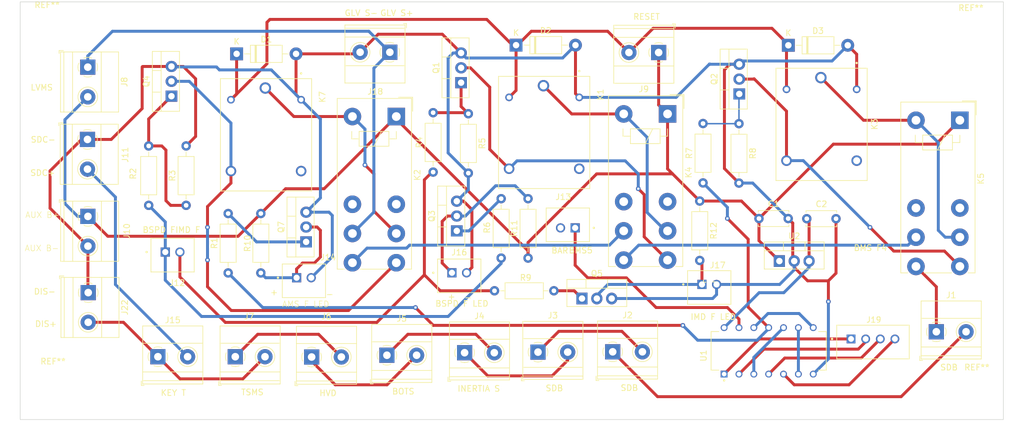
<source format=kicad_pcb>
(kicad_pcb (version 20221018) (generator pcbnew)
  (layers (0 "F.Cu" signal) (31 "B.Cu" signal) (34 "B.Paste" user) (35 "F.Paste" user) (36 "B.SilkS" user "B.Silkscreen") (37 "F.SilkS" user "F.Silkscreen") (38 "B.Mask" user) (39 "F.Mask" user) (44 "Edge.Cuts" user))
  (net 0 "")
  (net 1 "Net-(J1-Pin_1)")
  (net 2 "Net-(J1-Pin_2)")
  (net 3 "Net-(J2-Pin_2)")
  (net 4 "Net-(J3-Pin_2)")
  (net 5 "Net-(J4-Pin_2)")
  (net 6 "Net-(J5-Pin_2)")
  (net 7 "SDC+")
  (net 8 "BSPD In")
  (net 9 "Net-(J15-Pin_1)")
  (net 10 "Trac In")
  (net 11 "SDC-")
  (net 12 "BSPD fault")
  (net 13 "IMD Fault")
  (net 14 "BMS1")
  (net 15 "BMS2")
  (net 16 "BMS3")
  (net 17 "BMS4")
  (net 18 "AMS Fault")
  (net 19 "Net-(K1-PadCOM)")
  (net 20 "Net-(Q1-D)")
  (net 22 "IMD In")
  (net 23 "Net-(Q2-D)")
  (net 24 "Net-(K2-Pad11)")
  (net 25 "AMS In")
  (net 26 "Net-(K3-PadCOM)")
  (net 27 "BMS5")
  (net 29 "Net-(Q1-G)")
  (net 30 "Net-(Q2-G)")
  (net 31 "Net-(Q7-D)")
  (net 32 "Net-(Q3-D)")
  (net 33 "Net-(Q5-D)")
  (net 35 "out1")
  (net 36 "out2")
  (net 37 "+5V")
  (net 38 "Net-(Q4-D)")
  (net 43 "Net-(Q3-G)")
  (net 44 "Net-(Q4-G)")
  (net 45 "Net-(Q5-G)")
  (net 46 "Net-(Q7-G)")
  (net 49 "reset")
  (net 50 "out3")
  (net 51 "Net-(J6-Pin_2)")
  (footprint "TerminalBlock_Phoenix:TerminalBlock_Phoenix_MKDS-1,5-2-5.08_1x02_P5.08mm_Horizontal" (layer "F.Cu") (at 58.0644 84.0994)
    (fp_text reference "J15")
    (fp_text value "Screw_Terminal_01x02")
  )
  (footprint "Resistor_THT:R_Axial_DIN0207_L6.3mm_D2.5mm_P10.16mm_Horizontal" (layer "F.Cu") (at 116.7638 67.2338 90)
    (fp_text reference "R6")
    (fp_text value "100")
  )
  (footprint "Package_TO_SOT_THT:TO-220-3_Vertical" (layer "F.Cu") (at 157.48 39.1668 90)
    (fp_text reference "Q2")
    (fp_text value "IRF540N")
  )
  (footprint "Package_TO_SOT_THT:TO-220-3_Vertical" (layer "F.Cu") (at 60.381 39.5478 90)
    (fp_text reference "Q4")
    (fp_text value "IRF540N")
  )
  (footprint "Resistor_THT:R_Axial_DIN0207_L6.3mm_D2.5mm_P10.16mm_Horizontal" (layer "F.Cu") (at 62.8904 58.2168 90)
    (fp_text reference "R3")
    (fp_text value "10k")
  )
  (footprint "conn-JST-2pin:JST_B2B-XH-A_LF__SN_" (layer "F.Cu") (at 152.3492 72.263 180)
    (fp_text reference "J17")
    (fp_text value "B2B-XH-A_LF__SN_")
  )
  (footprint "TerminalBlock_Phoenix:TerminalBlock_Phoenix_MKDS-1,5-2-5.08_1x02_P5.08mm_Horizontal" (layer "F.Cu") (at 71.2978 84.0994)
    (fp_text reference "J7")
    (fp_text value "Screw_Terminal_01x02")
  )
  (footprint "Resistor_THT:R_Axial_DIN0207_L6.3mm_D2.5mm_P10.16mm_Horizontal" (layer "F.Cu") (at 121.3612 67.2338 90)
    (fp_text reference "R11")
    (fp_text value "2K")
  )
  (footprint "Diode_THT:D_DO-41_SOD81_P10.16mm_Horizontal" (layer "F.Cu") (at 119.3117 30.8197)
    (fp_text reference "D2")
    (fp_text value "1N4002")
  )
  (footprint "TerminalBlock_Phoenix:TerminalBlock_Phoenix_MKDS-1,5-2-5.08_1x02_P5.08mm_Horizontal" (layer "F.Cu") (at 191.1808 79.8324)
    (fp_text reference "J1")
    (fp_text value "Screw_Terminal_01x02")
  )
  (footprint "conn-JST-2pin:JST_B2B-XH-A_LF__SN_" (layer "F.Cu") (at 109.5956 70.2734 180)
    (fp_text reference "J16")
    (fp_text value "B2B-XH-A_LF__SN_")
  )
  (footprint "Capacitor_THT:C_Disc_D5.0mm_W2.5mm_P5.00mm" (layer "F.Cu") (at 169.0262 60.4976)
    (fp_text reference "C2")
    (fp_text value "0.1uf")
  )
  (footprint "TerminalBlock_Phoenix:TerminalBlock_Phoenix_MKDS-1,5-2-5.08_1x02_P5.08mm_Horizontal" (layer "F.Cu") (at 110.5104 83.4138)
    (fp_text reference "J4")
    (fp_text value "Screw_Terminal_01x02")
  )
  (footprint "TerminalBlock_Phoenix:TerminalBlock_Phoenix_MKDS-1,5-2-5.08_1x02_P5.08mm_Horizontal" (layer "F.Cu") (at 46.022614 46.942798 -90)
    (fp_text reference "J11")
    (fp_text value "Screw_Terminal_01x02")
  )
  (footprint "Package_TO_SOT_THT:TO-220-3_Vertical" (layer "F.Cu") (at 130.5814 74.1478)
    (fp_text reference "Q5")
    (fp_text value "IRF540N")
  )
  (footprint "SRD-12VDC-SL-C:RELAY_SRD-12VDC-SL-C" (layer "F.Cu") (at 171.5572 44.4714 -90)
    (fp_text reference "K3")
    (fp_text value "SRD-12VDC-SL-C")
  )
  (footprint "Package_TO_SOT_THT:TO-220-3_Vertical" (layer "F.Cu") (at 109.911 37.2364 90)
    (fp_text reference "Q1")
    (fp_text value "IRF540N")
  )
  (footprint "Resistor_THT:R_Axial_DIN0207_L6.3mm_D2.5mm_P10.16mm_Horizontal" (layer "F.Cu") (at 150.7236 57.4802 -90)
    (fp_text reference "R12")
    (fp_text value "2K")
  )
  (footprint "TerminalBlock_Phoenix:TerminalBlock_Phoenix_MKDS-1,5-2-5.08_1x02_P5.08mm_Horizontal" (layer "F.Cu") (at 97.2262 83.8456)
    (fp_text reference "J5")
    (fp_text value "Screw_Terminal_01x02")
  )
  (footprint "SRD-12VDC-SL-C:RELAY_SRD-12VDC-SL-C" (layer "F.Cu") (at 124.1179 45.8525 -90)
    (fp_text reference "K1")
    (fp_text value "SRD-12VDC-SL-C")
  )
  (footprint "Resistor_THT:R_Axial_DIN0207_L6.3mm_D2.5mm_P10.16mm_Horizontal" (layer "F.Cu") (at 157.4292 44.2468 -90)
    (fp_text reference "R8")
    (fp_text value "10k")
  )
  (footprint "conn-JST-2pin:JST_B2B-XH-A_LF__SN_" (layer "F.Cu") (at 83.0326 71.12 180)
    (fp_text reference "J14")
    (fp_text value "B2B-XH-A_LF__SN_")
  )
  (footprint "Resistor_THT:R_Axial_DIN0207_L6.3mm_D2.5mm_P10.16mm_Horizontal" (layer "F.Cu") (at 70.0786 69.7738 90)
    (fp_text reference "R1")
    (fp_text value "100")
  )
  (footprint "SRD-12VDC-SL-C:RELAY_SRD-12VDC-SL-C" (layer "F.Cu") (at 76.5556 46.2534 -90)
    (fp_text reference "K7")
    (fp_text value "SRD-12VDC-SL-C")
  )
  (footprint "Diode_THT:D_DO-41_SOD81_P10.16mm_Horizontal" (layer "F.Cu") (at 165.8699 30.8451)
    (fp_text reference "D3")
    (fp_text value "1N4002")
  )
  (footprint "Resistor_THT:R_Axial_DIN0207_L6.3mm_D2.5mm_P10.16mm_Horizontal" (layer "F.Cu") (at 151.2824 54.3814 90)
    (fp_text reference "R7")
    (fp_text value "100")
  )
  (footprint "MountingHole:MountingHole_3.5mm" (layer "F.Cu") (at 40.132 89.408)
    (fp_text reference "REF**")
    (fp_text value "MountingHole_3.5mm")
  )
  (footprint "MountingHole:MountingHole_3.5mm" (layer "F.Cu") (at 197.104 28.956)
    (fp_text reference "REF**")
    (fp_text value "MountingHole_3.5mm")
  )
  (footprint "MountingHole:MountingHole_3.5mm" (layer "F.Cu") (at 39.116 28.448)
    (fp_text reference "REF**")
    (fp_text value "MountingHole_3.5mm")
  )
  (footprint "TerminalBlock_Phoenix:TerminalBlock_Phoenix_MKDS-1,5-2-5.08_1x02_P5.08mm_Horizontal" (layer "F.Cu") (at 46.149814 73.135198 -90)
    (fp_text reference "J22")
    (fp_text value "Screw_Terminal_01x02")
  )
  (footprint "conn-JST-2pin:JST_B2B-XH-A_LF__SN_" (layer "F.Cu") (at 128.1661 61.5442)
    (fp_text reference "J13")
    (fp_text value "B2B-XH-A_LF__SN_")
  )
  (footprint "Package_TO_SOT_THT:TO-220-3_Vertical" (layer "F.Cu") (at 164.338 67.7418)
    (fp_text reference "U2")
    (fp_text value "L7805")
  )
  (footprint "SN74HC00N:DIP794W45P254L1969H508Q14" (layer "F.Cu") (at 162.5092 83.1012 90)
    (fp_text reference "U1")
    (fp_text value "SN74HC00N")
  )
  (footprint "Package_TO_SOT_THT:TO-220-3_Vertical" (layer "F.Cu") (at 109.1744 62.5856 90)
    (fp_text reference "Q3")
    (fp_text value "IRF540N")
  )
  (footprint "TerminalBlock_Phoenix:TerminalBlock_Phoenix_MKDS-1,5-2-5.08_1x02_P5.08mm_Horizontal" (layer "F.Cu") (at 46.099014 60.104998 -90)
    (fp_text reference "J10")
    (fp_text value "Screw_Terminal_01x02")
  )
  (footprint "TerminalBlock_Phoenix:TerminalBlock_Phoenix_MKDS-1,5-2-5.08_1x02_P5.08mm_Horizontal" (layer "F.Cu") (at 84.3534 84.1502)
    (fp_text reference "J6")
    (fp_text value "Screw_Terminal_01x02")
  )
  (footprint "Capacitor_THT:C_Disc_D5.0mm_W2.5mm_P5.00mm" (layer "F.Cu") (at 160.8474 60.4722)
    (fp_text reference "C1")
    (fp_text value "0.33uf")
  )
  (footprint "Resistor_THT:R_Axial_DIN0207_L6.3mm_D2.5mm_P10.16mm_Horizontal" (layer "F.Cu") (at 105.1306 52.5272 90)
    (fp_text reference "R4")
    (fp_text value "100")
  )
  (footprint "Resistor_THT:R_Axial_DIN0207_L6.3mm_D2.5mm_P10.16mm_Horizontal" (layer "F.Cu") (at 111.1504 42.545 -90)
    (fp_text reference "R5")
    (fp_text value "10k")
  )
  (footprint "conn-JST-2pin:JST_B2B-XH-A_LF__SN_" (layer "F.Cu") (at 60.5767 66.7258 180)
    (fp_text reference "J12")
    (fp_text value "B2B-XH-A_LF__SN_")
  )
  (footprint "Package_TO_SOT_THT:TO-220-3_Vertical" (layer "F.Cu") (at 83.4136 64.4652 90)
    (fp_text reference "Q7")
    (fp_text value "IRF540N")
  )
  (footprint "Relay_THT:Relay_DPDT_Finder_40.52" (layer "F.Cu") (at 195.1981 43.6645 -90)
    (fp_text reference "K5")
    (fp_text value "FINDER-40.52")
  )
  (footprint "Resistor_THT:R_Axial_DIN0207_L6.3mm_D2.5mm_P10.16mm_Horizontal" (layer "F.Cu") (at 115.6208 72.8218)
    (fp_text reference "R9")
    (fp_text value "100")
  )
  (footprint "TerminalBlock_Phoenix:TerminalBlock_Phoenix_MKDS-1,5-2-5.08_1x02_P5.08mm_Horizontal" (layer "F.Cu") (at 123.063 83.312)
    (fp_text reference "J3")
    (fp_text value "Screw_Terminal_01x02")
  )
  (footprint "TerminalBlock_Phoenix:TerminalBlock_Phoenix_MKDS-1,5-2-5.08_1x02_P5.08mm_Horizontal" (layer "F.Cu") (at 143.6928 32.08 180)
    (fp_text reference "J9")
    (fp_text value "Screw_Terminal_01x02")
  )
  (footprint "MountingHole:MountingHole_3.5mm" (layer "F.Cu") (at 198.12 90.424)
    (fp_text reference "REF**")
    (fp_text value "MountingHole_3.5mm")
  )
  (footprint "conn-JST-4pin:JST_B4B-XH-A_LF__SN_" (layer "F.Cu") (at 180.3469 81.5848 180)
    (fp_text reference "J19")
    (fp_text value "B4B-XH-A_LF__SN_")
  )
  (footprint "Diode_THT:D_DO-41_SOD81_P10.16mm_Horizontal" (layer "F.Cu") (at 71.5264 32.3088)
    (fp_text reference "D1")
    (fp_text value "1N4002")
  )
  (footprint "TerminalBlock_Phoenix:TerminalBlock_Phoenix_MKDS-1,5-2-5.08_1x02_P5.08mm_Horizontal" (layer "F.Cu") (at 97.724562 32.035638 180)
    (fp_text reference "J18")
    (fp_text value "Screw_Terminal_01x02")
  )
  (footprint "Relay_THT:Relay_DPDT_Finder_40.52" (layer "F.Cu") (at 145.2188 42.5818 -90)
    (fp_text reference "K4")
    (fp_text value "FINDER-40.52")
  )
  (footprint "Resistor_THT:R_Axial_DIN0207_L6.3mm_D2.5mm_P10.16mm_Horizontal" (layer "F.Cu") (at 56.4896 58.2168 90)
    (fp_text reference "R2")
    (fp_text value "100")
  )
  (footprint "TerminalBlock_Phoenix:TerminalBlock_Phoenix_MKDS-1,5-2-5.08_1x02_P5.08mm_Horizontal" (layer "F.Cu") (at 135.8342 83.2614)
    (fp_text reference "J2")
    (fp_text value "Screw_Terminal_01x02")
  )
  (footprint "TerminalBlock_Phoenix:TerminalBlock_Phoenix_MKDS-1,5-2-5.08_1x02_P5.08mm_Horizontal" (layer "F.Cu") (at 46.073814 34.582998 -90)
    (fp_text reference "J8")
    (fp_text value "Screw_Terminal_01x02")
  )
  (footprint "Relay_THT:Relay_DPDT_Finder_40.52" (layer "F.Cu") (at 98.8305 43.0295 -90)
    (fp_text reference "K2")
    (fp_text value "FINDER-40.52")
  )
  (footprint "Resistor_THT:R_Axial_DIN0207_L6.3mm_D2.5mm_P10.16mm_Horizontal" (layer "F.Cu") (at 75.6666 59.6138 -90)
    (fp_text reference "R10")
    (fp_text value "2K")
  )
  (gr_rect (start 34.5186 23.4188) (end 202.6412 94.8436) (stroke (width 0.1)) (fill none) (layer "Edge.Cuts"))
  (gr_text "BSPD F LED\n" (at 105.43 75.6074) (layer "F.SilkS") (effects (font (size 1 1)) (justify left bottom)))
  (gr_text "BSPD F" (at 55.372 62.992) (layer "F.SilkS") (effects (font (size 1 1)) (justify left bottom)))
  (gr_text "GLV S+" (at 96.012 25.908) (layer "F.SilkS") (effects (font (size 1 1)) (justify left bottom)))
  (gr_text "AUX B-" (at 35.227814 66.124798) (layer "F.SilkS") (effects (font (size 1 1) (thickness 0.1)) (justify left bottom)))
  (gr_text "IMD F" (at 60.96 62.992) (layer "F.SilkS") (effects (font (size 1 1)) (justify left bottom)))
  (gr_text "BOTS" (at 98.044 90.6272) (layer "F.SilkS") (effects (font (size 1 1)) (justify left bottom)))
  (gr_text "KEY T" (at 58.4708 90.8558) (layer "F.SilkS") (effects (font (size 1 1)) (justify left bottom)))
  (gr_text "LVMS" (at 36.218814 38.651998) (layer "F.SilkS") (effects (font (size 1 1)) (justify left bottom)))
  (gr_text "BMS F4" (at 176.982 66.0824) (layer "F.SilkS") (effects (font (size 1 1)) (justify left bottom)))
  (gr_text "IMD F LED" (at 149.0726 77.8764) (layer "F.SilkS") (effects (font (size 1 1)) (justify left bottom)))
  (gr_text "HVD" (at 85.598 90.9066) (layer "F.SilkS") (effects (font (size 1 1)) (justify left bottom)))
  (gr_text "RESET" (at 139.2682 26.543) (layer "F.SilkS") (effects (font (size 1 1)) (justify left bottom)))
  (gr_text "SDB" (at 124.2822 90.0684) (layer "F.SilkS") (effects (font (size 1 1)) (justify left bottom)))
  (gr_text "AMS F LED\n" (at 79.248 75.692) (layer "F.SilkS") (effects (font (size 1 1) (thickness 0.1)) (justify left bottom)))
  (gr_text "TSMS" (at 72.2122 90.7542) (layer "F.SilkS") (effects (font (size 1 1)) (justify left bottom)))
  (gr_text "SDB" (at 137.1092 90.0176) (layer "F.SilkS") (effects (font (size 1 1)) (justify left bottom)))
  (gr_text "AUX B+" (at 35.329414 60.435198) (layer "F.SilkS") (effects (font (size 1 1) (thickness 0.1)) (justify left bottom)))
  (gr_text "SDB" (at 191.77 86.5124) (layer "F.SilkS") (effects (font (size 1 1)) (justify left bottom)))
  (gr_text "DIS-" (at 36.777214 73.541598) (layer "F.SilkS") (effects (font (size 1 1)) (justify left bottom)))
  (gr_text "-" (at 152.654 71.8058) (layer "F.SilkS") (effects (font (size 1 1)) (justify left bottom)))
  (gr_text "BAR" (at 125.2728 66.5226) (layer "F.SilkS") (effects (font (size 1 1)) (justify left bottom)))
  (gr_text "DIS+" (at 36.980414 79.078798) (layer "F.SilkS") (effects (font (size 1 1)) (justify left bottom)))
  (gr_text "+" (at 107.5636 74.4136) (layer "F.SilkS") (effects (font (size 1 1)) (justify left bottom)))
  (gr_text "+" (at 150.6474 71.882) (layer "F.SilkS") (effects (font (size 1 1)) (justify left bottom)))
  (gr_text "+" (at 77.216 73.66) (layer "F.SilkS") (effects (font (size 1 1)) (justify left bottom)))
  (gr_text "SDC-" (at 36.243814 47.557398) (layer "F.SilkS") (effects (font (size 1 1)) (justify left bottom)))
  (gr_text "SDC+" (at 36.167614 53.246998) (layer "F.SilkS") (effects (font (size 1 1)) (justify left bottom)))
  (gr_text "-" (at 86.7326 73.995) (layer "F.SilkS") (effects (font (size 1 1)) (justify left bottom)))
  (gr_text "-" (at 110.383 74.5406) (layer "F.SilkS") (effects (font (size 1 1)) (justify left bottom)))
  (gr_text "INERTIA S" (at 109.22 90.1446) (layer "F.SilkS") (effects (font (size 1 1)) (justify left bottom)))
  (gr_text "GLV S-" (at 89.916 25.908) (layer "F.SilkS") (effects (font (size 1 1)) (justify left bottom)))
  (gr_text "BMS5" (at 128.2446 66.4972) (layer "F.SilkS") (effects (font (size 1 1)) (justify left bottom)))
  (segment (start 191.1808 72.1472) (end 187.6981 68.6645) (width 0.5) (layer "F.Cu") (net 1))
  (segment (start 191.1808 79.8324) (end 191.1808 72.1472) (width 0.5) (layer "F.Cu") (net 1))
  (segment (start 143.5048 90.932) (end 185.1612 90.932) (width 0.5) (layer "F.Cu") (net 2))
  (segment (start 185.1612 90.932) (end 196.2608 79.8324) (width 0.5) (layer "F.Cu") (net 2))
  (segment (start 135.8342 83.2614) (end 143.5048 90.932) (width 0.5) (layer "F.Cu") (net 2))
  (segment (start 123.063 83.312) (end 126.619 79.756) (width 0.5) (layer "F.Cu") (net 3))
  (segment (start 137.4088 79.756) (end 140.9142 83.2614) (width 0.5) (layer "F.Cu") (net 3))
  (segment (start 126.619 79.756) (end 137.4088 79.756) (width 0.5) (layer "F.Cu") (net 3))
  (segment (start 128.143 84.709) (end 128.143 83.312) (width 0.5) (layer "F.Cu") (net 4))
  (segment (start 125.476 87.376) (end 128.143 84.709) (width 0.5) (layer "F.Cu") (net 4))
  (segment (start 110.5104 83.4138) (end 114.4726 87.376) (width 0.5) (layer "F.Cu") (net 4))
  (segment (start 114.4726 87.376) (end 125.476 87.376) (width 0.5) (layer "F.Cu") (net 4))
  (segment (start 112.4406 80.264) (end 115.5904 83.4138) (width 0.5) (layer "F.Cu") (net 5))
  (segment (start 97.2262 83.8456) (end 100.8078 80.264) (width 0.5) (layer "F.Cu") (net 5))
  (segment (start 100.8078 80.264) (end 112.4406 80.264) (width 0.5) (layer "F.Cu") (net 5))
  (segment (start 84.3534 84.8614) (end 88.392 88.9) (width 0.5) (layer "F.Cu") (net 6))
  (segment (start 84.3534 84.1502) (end 84.3534 84.8614) (width 0.5) (layer "F.Cu") (net 6))
  (segment (start 97.2518 88.9) (end 102.3062 83.8456) (width 0.5) (layer "F.Cu") (net 6))
  (segment (start 88.392 88.9) (end 97.2518 88.9) (width 0.5) (layer "F.Cu") (net 6))
  (segment (start 46.022614 53.297598) (end 46.022614 52.022798) (width 0.2) (layer "F.Cu") (net 7))
  (segment (start 50.8 56.800184) (end 46.022614 52.022798) (width 0.5) (layer "B.Cu") (net 7))
  (segment (start 50.8 71.755) (end 50.8 56.800184) (width 0.5) (layer "B.Cu") (net 7))
  (segment (start 63.1444 84.0994) (end 50.8 71.755) (width 0.5) (layer "B.Cu") (net 7))
  (segment (start 50.292 28.448) (end 94.136924 28.448) (width 0.5) (layer "B.Cu") (net 8))
  (segment (start 46.073814 32.666186) (end 50.292 28.448) (width 0.5) (layer "B.Cu") (net 8))
  (segment (start 91.3305 63.0295) (end 94.996 59.364) (width 0.5) (layer "B.Cu") (net 8))
  (segment (start 94.996 34.7642) (end 97.724562 32.035638) (width 0.5) (layer "B.Cu") (net 8))
  (segment (start 92.5068 62.1284) (end 92.5068 63.4708) (width 0.25) (layer "B.Cu") (net 8))
  (segment (start 94.996 59.364) (end 94.996 34.7642) (width 0.5) (layer "B.Cu") (net 8))
  (segment (start 94.136924 28.448) (end 97.724562 32.035638) (width 0.5) (layer "B.Cu") (net 8))
  (segment (start 46.073814 34.582998) (end 46.073814 32.666186) (width 0.5) (layer "B.Cu") (net 8))
  (segment (start 72.5932 87.884) (end 76.3778 84.0994) (width 0.5) (layer "F.Cu") (net 9))
  (segment (start 46.149814 78.215198) (end 52.180198 78.215198) (width 0.5) (layer "F.Cu") (net 9))
  (segment (start 58.0644 84.0994) (end 61.849 87.884) (width 0.5) (layer "F.Cu") (net 9))
  (segment (start 61.849 87.884) (end 72.5932 87.884) (width 0.5) (layer "F.Cu") (net 9))
  (segment (start 52.180198 78.215198) (end 58.0644 84.0994) (width 0.5) (layer "F.Cu") (net 9))
  (segment (start 79.9084 55.372) (end 86.488 55.372) (width 0.5) (layer "F.Cu") (net 10))
  (segment (start 145.2188 51.9754) (end 146.0754 52.832) (width 0.5) (layer "F.Cu") (net 10))
  (segment (start 143.6928 32.08) (end 143.6928 41.0558) (width 0.5) (layer "F.Cu") (net 10))
  (segment (start 160.8474 60.4722) (end 160.8474 64.2512) (width 0.5) (layer "F.Cu") (net 10))
  (segment (start 145.2188 42.5818) (end 145.2188 51.9754) (width 0.5) (layer "F.Cu") (net 10))
  (segment (start 71.7804 63.5) (end 75.6666 59.6138) (width 0.5) (layer "F.Cu") (net 10))
  (segment (start 150.7236 57.4802) (end 157.8554 57.4802) (width 0.5) (layer "F.Cu") (net 10))
  (segment (start 121.3612 65.9892) (end 121.3612 67.2338) (width 0.5) (layer "F.Cu") (net 10))
  (segment (start 160.8474 64.2512) (end 164.338 67.7418) (width 0.5) (layer "F.Cu") (net 10))
  (segment (start 157.8554 57.4802) (end 160.8474 60.4722) (width 0.5) (layer "F.Cu") (net 10))
  (segment (start 98.8305 43.0295) (end 98.8305 43.4585) (width 0.5) (layer "F.Cu") (net 10))
  (segment (start 121.3612 64.5668) (end 133.096 52.832) (width 0.5) (layer "F.Cu") (net 10))
  (segment (start 121.3612 67.2338) (end 121.3612 64.5668) (width 0.5) (layer "F.Cu") (net 10))
  (segment (start 75.6666 59.6138) (end 79.9084 55.372) (width 0.5) (layer "F.Cu") (net 10))
  (segment (start 86.488 55.372) (end 98.8305 43.0295) (width 0.5) (layer "F.Cu") (net 10))
  (segment (start 173.5676 47.752) (end 191.1106 47.752) (width 0.5) (layer "F.Cu") (net 10))
  (segment (start 133.096 52.832) (end 146.0754 52.832) (width 0.5) (layer "F.Cu") (net 10))
  (segment (start 146.0754 52.832) (end 150.7236 57.4802) (width 0.5) (layer "F.Cu") (net 10))
  (segment (start 191.1106 47.752) (end 195.1981 43.6645) (width 0.5) (layer "F.Cu") (net 10))
  (segment (start 49.494016 63.5) (end 71.7804 63.5) (width 0.5) (layer "F.Cu") (net 10))
  (segment (start 98.8305 43.4585) (end 121.3612 65.9892) (width 0.5) (layer "F.Cu") (net 10))
  (segment (start 160.8474 60.4722) (end 173.5676 47.752) (width 0.5) (layer "F.Cu") (net 10))
  (segment (start 46.099014 60.104998) (end 49.494016 63.5) (width 0.5) (layer "F.Cu") (net 10))
  (segment (start 143.6928 41.0558) (end 145.2188 42.5818) (width 0.5) (layer "F.Cu") (net 10))
  (segment (start 44.356998 60.104998) (end 46.099014 60.104998) (width 0.5) (layer "B.Cu") (net 10))
  (segment (start 42.164 43.572812) (end 42.164 57.912) (width 0.5) (layer "B.Cu") (net 10))
  (segment (start 42.164 57.912) (end 44.356998 60.104998) (width 0.5) (layer "B.Cu") (net 10))
  (segment (start 46.073814 39.662998) (end 42.164 43.572812) (width 0.5) (layer "B.Cu") (net 10))
  (segment (start 55.372 34.544) (end 55.4482 34.4678) (width 0.2) (layer "F.Cu") (net 11))
  (segment (start 166.878 68.834) (end 166.878 67.7418) (width 0.5) (layer "F.Cu") (net 11))
  (segment (start 46.099014 65.184998) (end 39.624 58.709984) (width 0.5) (layer "F.Cu") (net 11))
  (segment (start 46.022614 46.942798) (end 50.085202 46.942798) (width 0.5) (layer "F.Cu") (net 11))
  (segment (start 92.3714 32.3088) (end 92.644562 32.035638) (width 0.5) (layer "F.Cu") (net 11))
  (segment (start 92.644562 32.035638) (end 95.7242 28.956) (width 0.5) (layer "F.Cu") (net 11))
  (segment (start 111.76 68.834) (end 110.8456 69.7484) (width 0.5) (layer "F.Cu") (net 11))
  (segment (start 177.5572 38.3714) (end 177.5572 32.3724) (width 0.5) (layer "F.Cu") (net 11))
  (segment (start 165.8474 60.4722) (end 166.624 61.2488) (width 0.5) (layer "F.Cu") (net 11))
  (segment (start 172.72 71.12) (end 169.164 71.12) (width 0.5) (layer "F.Cu") (net 11))
  (segment (start 46.099014 65.184998) (end 46.099014 73.084398) (width 0.5) (layer "F.Cu") (net 11))
  (segment (start 174.0262 60.4976) (end 174.0262 69.8138) (width 0.5) (layer "F.Cu") (net 11))
  (segment (start 157.48 34.0868) (end 155.9052 34.0868) (width 0.5) (layer "F.Cu") (net 11))
  (segment (start 177.5572 32.3724) (end 176.0299 30.8451) (width 0.5) (layer "F.Cu") (net 11))
  (segment (start 109.1744 57.5056) (end 110.3376 57.5056) (width 0.5) (layer "F.Cu") (net 11))
  (segment (start 81.6864 32.3088) (end 92.3714 32.3088) (width 0.5) (layer "F.Cu") (net 11))
  (segment (start 174.0262 69.8138) (end 172.72 71.12) (width 0.5) (layer "F.Cu") (net 11))
  (segment (start 155.9052 34.0868) (end 154.94 35.052) (width 0.5) (layer "F.Cu") (net 11))
  (segment (start 154.94 35.052) (end 154.94 51.9176) (width 0.5) (layer "F.Cu") (net 11))
  (segment (start 111.76 58.928) (end 111.76 68.834) (width 0.5) (layer "F.Cu") (net 11))
  (segment (start 154.94 51.9176) (end 157.4292 54.4068) (width 0.5) (layer "F.Cu") (net 11))
  (segment (start 46.099014 73.084398) (end 46.149814 73.135198) (width 0.5) (layer "F.Cu") (net 11))
  (segment (start 129.4717 30.8197) (end 129.4717 39.1063) (width 0.5) (layer "F.Cu") (net 11))
  (segment (start 166.624 61.2488) (end 166.624 67.4878) (width 0.5) (layer "F.Cu") (net 11))
  (segment (start 50.085202 46.942798) (end 55.372 41.656) (width 0.5) (layer "F.Cu") (net 11))
  (segment (start 106.7106 28.956) (end 109.911 32.1564) (width 0.5) (layer "F.Cu") (net 11))
  (segment (start 62.4078 34.4678) (end 64.516 36.576) (width 0.5) (layer "F.Cu") (net 11))
  (segment (start 39.624 52.324) (end 45.005202 46.942798) (width 0.5) (layer "F.Cu") (net 11))
  (segment (start 169.164 71.12) (end 166.878 68.834) (width 0.5) (layer "F.Cu") (net 11))
  (segment (start 64.516 46.4312) (end 62.8904 48.0568) (width 0.5) (layer "F.Cu") (net 11))
  (segment (start 172.72 74.676) (end 172.72 71.12) (width 0.5) (layer "F.Cu") (net 11))
  (segment (start 64.516 36.576) (end 64.516 46.4312) (width 0.5) (layer "F.Cu") (net 11))
  (segment (start 55.4482 34.4678) (end 60.381 34.4678) (width 0.5) (layer "F.Cu") (net 11))
  (segment (start 55.372 41.656) (end 55.372 34.544) (width 0.5) (layer "F.Cu") (net 11))
  (segment (start 45.005202 46.942798) (end 46.022614 46.942798) (width 0.5) (layer "F.Cu") (net 11))
  (segment (start 166.624 67.4878) (end 166.878 67.7418) (width 0.5) (layer "F.Cu") (net 11))
  (segment (start 129.4717 39.1063) (end 130.1179 39.7525) (width 0.5) (layer "F.Cu") (net 11))
  (segment (start 95.7242 28.956) (end 106.7106 28.956) (width 0.5) (layer "F.Cu") (net 11))
  (segment (start 46.149614 46.815798) (end 46.022614 46.942798) (width 0.2) (layer "F.Cu") (net 11))
  (segment (start 39.624 58.709984) (end 39.624 52.324) (width 0.5) (layer "F.Cu") (net 11))
  (segment (start 81.6864 32.3088) (end 81.6864 39.2842) (width 0.5) (layer "F.Cu") (net 11))
  (segment (start 110.3376 57.5056) (end 111.76 58.928) (width 0.5) (layer "F.Cu") (net 11))
  (segment (start 60.381 34.4678) (end 62.4078 34.4678) (width 0.5) (layer "F.Cu") (net 11))
  (segment (start 81.6864 39.2842) (end 82.5556 40.1534) (width 0.5) (layer "F.Cu") (net 11))
  (via (at 172.72 74.676) (size 0.8) (drill 0.4) (layers "F.Cu" "B.Cu") (net 11))
  (segment (start 107.696 33.02) (end 107.696 49.2506) (width 0.5) (layer "B.Cu") (net 11))
  (segment (start 166.878 69.2418) (end 166.878 67.7418) (width 0.5) (layer "B.Cu") (net 11))
  (segment (start 152.9282 74.1478) (end 153.5992 73.4768) (width 0.5) (layer "B.Cu") (net 11))
  (segment (start 87.884 59.944) (end 87.884 66.9936) (width 0.5) (layer "B.Cu") (net 11))
  (segment (start 135.6614 74.1478) (end 152.9282 74.1478) (width 0.5) (layer "B.Cu") (net 11))
  (segment (start 173.347 33.528) (end 158.0388 33.528) (width 0.5) (layer "B.Cu") (net 11))
  (segment (start 172.72 84.4804) (end 172.72 74.676) (width 0.5) (layer "B.Cu") (net 11))
  (segment (start 110.998 52.8574) (end 111.1504 52.705) (width 0.2) (layer "B.Cu") (net 11))
  (segment (start 170.1292 87.0712) (end 172.72 84.4804) (width 0.5) (layer "B.Cu") (net 11))
  (segment (start 87.884 66.9936) (end 84.2826 70.595) (width 0.5) (layer "B.Cu") (net 11))
  (segment (start 109.911 32.1564) (end 108.5596 32.1564) (width 0.5) (layer "B.Cu") (net 11))
  (segment (start 108.5596 32.1564) (end 107.696 33.02) (width 0.5) (layer "B.Cu") (net 11))
  (segment (start 60.4572 34.544) (end 68.072 34.544) (width 0.5) (layer "B.Cu") (net 11))
  (segment (start 130.1179 39.7525) (end 146.6835 39.7525) (width 0.5) (layer "B.Cu") (net 11))
  (segment (start 152.4508 34.0868) (end 157.48 34.0868) (width 0.5) (layer "B.Cu") (net 11))
  (segment (start 164.3818 71.738) (end 166.878 69.2418) (width 0.5) (layer "B.Cu") (net 11))
  (segment (start 60.381 34.4678) (end 60.4572 34.544) (width 0.5) (layer "B.Cu") (net 11))
  (segment (start 82.5556 40.1534) (end 85.852 43.4498) (width 0.5) (layer "B.Cu") (net 11))
  (segment (start 85.852 56.9468) (end 83.4136 59.3852) (width 0.5) (layer "B.Cu") (net 11))
  (segment (start 68.58 35.052) (end 77.4542 35.052) (width 0.5) (layer "B.Cu") (net 11))
  (segment (start 107.696 49.2506) (end 111.1504 52.705) (width 0.5) (layer "B.Cu") (net 11))
  (segment (start 176.0299 30.8451) (end 173.347 33.528) (width 0.5) (layer "B.Cu") (net 11))
  (segment (start 158.0388 33.528) (end 157.48 34.0868) (width 0.5) (layer "B.Cu") (net 11))
  (segment (start 110.7746 33.02) (end 127.2714 33.02) (width 0.5) (layer "B.Cu") (net 11))
  (segment (start 77.4542 35.052) (end 82.5556 40.1534) (width 0.5) (layer "B.Cu") (net 11))
  (segment (start 152.4 34.036) (end 152.4508 34.0868) (width 0.5) (layer "B.Cu") (net 11))
  (segment (start 109.911 32.1564) (end 110.7746 33.02) (width 0.5) (layer "B.Cu") (net 11))
  (segment (start 146.6835 39.7525) (end 152.4 34.036) (width 0.5) (layer "B.Cu") (net 11))
  (segment (start 87.3252 59.3852) (end 87.884 59.944) (width 0.5) (layer "B.Cu") (net 11))
  (segment (start 153.5992 71.738) (end 164.3818 71.738) (width 0.5) (layer "B.Cu") (net 11))
  (segment (start 153.5992 73.4768) (end 153.5992 71.738) (width 0.5) (layer "B.Cu") (net 11))
  (segment (start 83.4136 59.3852) (end 87.3252 59.3852) (width 0.5) (layer "B.Cu") (net 11))
  (segment (start 157.4292 54.4068) (end 159.782 54.4068) (width 0.5) (layer "B.Cu") (net 11))
  (segment (start 111.1504 55.5296) (end 109.1744 57.5056) (width 0.5) (layer "B.Cu") (net 11))
  (segment (start 85.852 43.4498) (end 85.852 56.9468) (width 0.5) (layer "B.Cu") (net 11))
  (segment (start 111.1504 52.705) (end 111.1504 55.5296) (width 0.5) (layer "B.Cu") (net 11))
  (segment (start 127.2714 33.02) (end 129.4717 30.8197) (width 0.5) (layer "B.Cu") (net 11))
  (segment (start 68.072 34.544) (end 68.58 35.052) (width 0.5) (layer "B.Cu") (net 11))
  (segment (start 159.782 54.4068) (end 165.8474 60.4722) (width 0.5) (layer "B.Cu") (net 11))
  (segment (start 59.3267 66.2008) (end 59.3267 71.0107) (width 0.5) (layer "B.Cu") (net 12))
  (segment (start 116.7638 68.1482) (end 116.7638 67.2338) (width 0.5) (layer "B.Cu") (net 12))
  (segment (start 59.3267 61.0539) (end 56.4896 58.2168) (width 0.5) (layer "B.Cu") (net 12))
  (segment (start 107.696 77.216) (end 116.7638 68.1482) (width 0.5) (layer "B.Cu") (net 12))
  (segment (start 59.3267 66.2008) (end 59.3267 61.0539) (width 0.5) (layer "B.Cu") (net 12))
  (segment (start 59.3267 71.0107) (end 65.532 77.216) (width 0.5) (layer "B.Cu") (net 12))
  (segment (start 65.532 77.216) (end 107.696 77.216) (width 0.5) (layer "B.Cu") (net 12))
  (segment (start 106.3498 72.8218) (end 103.632 70.104) (width 0.5) (layer "F.Cu") (net 13))
  (segment (start 103.632 70.104) (end 103.632 53.848) (width 0.5) (layer "F.Cu") (net 13))
  (segment (start 61.8267 70.4627) (end 69.596 78.232) (width 0.5) (layer "F.Cu") (net 13))
  (segment (start 103.632 53.848) (end 104.9528 52.5272) (width 0.5) (layer "F.Cu") (net 13))
  (segment (start 61.8267 66.2008) (end 61.8267 70.4627) (width 0.5) (layer "F.Cu") (net 13))
  (segment (start 115.6208 72.8218) (end 106.3498 72.8218) (width 0.5) (layer "F.Cu") (net 13))
  (segment (start 104.9528 52.5272) (end 105.1306 52.5272) (width 0.5) (layer "F.Cu") (net 13))
  (segment (start 95.504 78.232) (end 103.632 70.104) (width 0.5) (layer "F.Cu") (net 13))
  (segment (start 69.596 78.232) (end 95.504 78.232) (width 0.5) (layer "F.Cu") (net 13))
  (segment (start 160.9006 81.0598) (end 154.8892 87.0712) (width 0.5) (layer "F.Cu") (net 14))
  (segment (start 176.5969 81.0598) (end 160.9006 81.0598) (width 0.5) (layer "F.Cu") (net 14))
  (segment (start 179.0969 81.0598) (end 179.0969 81.53745) (width 0.5) (layer "F.Cu") (net 15))
  (segment (start 177.83035 82.804) (end 161.6964 82.804) (width 0.5) (layer "F.Cu") (net 15))
  (segment (start 179.0969 81.53745) (end 177.83035 82.804) (width 0.5) (layer "F.Cu") (net 15))
  (segment (start 161.6964 82.804) (end 157.4292 87.0712) (width 0.5) (layer "F.Cu") (net 15))
  (segment (start 178.3287 84.328) (end 165.2524 84.328) (width 0.5) (layer "F.Cu") (net 16))
  (segment (start 181.5969 81.0598) (end 178.3287 84.328) (width 0.5) (layer "F.Cu") (net 16))
  (segment (start 165.2524 84.328) (end 162.5092 87.0712) (width 0.5) (layer "F.Cu") (net 16))
  (segment (start 166.878 88.9) (end 165.0492 87.0712) (width 0.5) (layer "F.Cu") (net 17))
  (segment (start 176.2567 88.9) (end 166.878 88.9) (width 0.5) (layer "F.Cu") (net 17))
  (segment (start 184.0969 81.0598) (end 176.2567 88.9) (width 0.5) (layer "F.Cu") (net 17))
  (segment (start 105.156 78.74) (end 147.828 78.74) (width 0.5) (layer "F.Cu") (net 18))
  (segment (start 102.108 75.692) (end 105.156 78.74) (width 0.5) (layer "F.Cu") (net 18))
  (segment (start 159.004 75.626) (end 159.004 64.008) (width 0.5) (layer "F.Cu") (net 18))
  (segment (start 162.5092 79.1312) (end 159.004 75.626) (width 0.5) (layer "F.Cu") (net 18))
  (segment (start 159.004 64.008) (end 155.448 60.452) (width 0.5) (layer "F.Cu") (net 18))
  (via (at 147.828 78.74) (size 0.8) (drill 0.4) (layers "F.Cu" "B.Cu") (net 18))
  (via (at 155.448 60.452) (size 0.8) (drill 0.4) (layers "F.Cu" "B.Cu") (net 18))
  (via (at 102.108 75.692) (size 0.8) (drill 0.4) (layers "F.Cu" "B.Cu") (net 18))
  (segment (start 147.828 78.74) (end 150.368 81.28) (width 0.5) (layer "B.Cu") (net 18))
  (segment (start 162.5092 79.2988) (end 162.5092 79.1312) (width 0.5) (layer "B.Cu") (net 18))
  (segment (start 160.528 81.28) (end 162.5092 79.2988) (width 0.5) (layer "B.Cu") (net 18))
  (segment (start 75.9968 75.692) (end 102.108 75.692) (width 0.5) (layer "B.Cu") (net 18))
  (segment (start 155.448 60.452) (end 155.448 58.547) (width 0.5) (layer "B.Cu") (net 18))
  (segment (start 155.448 58.547) (end 151.2824 54.3814) (width 0.5) (layer "B.Cu") (net 18))
  (segment (start 150.368 81.28) (end 160.528 81.28) (width 0.5) (layer "B.Cu") (net 18))
  (segment (start 70.0786 69.7738) (end 75.9968 75.692) (width 0.5) (layer "B.Cu") (net 18))
  (segment (start 123.9979 37.7525) (end 128.8272 42.5818) (width 0.5) (layer "F.Cu") (net 19))
  (segment (start 128.8272 42.5818) (end 137.7188 42.5818) (width 0.5) (layer "F.Cu") (net 19))
  (segment (start 141.732 46.595) (end 141.732 59.436) (width 0.5) (layer "B.Cu") (net 19))
  (segment (start 137.7188 42.5818) (end 141.732 46.595) (width 0.5) (layer "B.Cu") (net 19))
  (segment (start 144.8778 62.5818) (end 145.2188 62.5818) (width 0.5) (layer "B.Cu") (net 19))
  (segment (start 141.732 59.436) (end 144.8778 62.5818) (width 0.5) (layer "B.Cu") (net 19))
  (segment (start 111.500508 34.6964) (end 114.808 38.003892) (width 0.5) (layer "F.Cu") (net 20))
  (segment (start 141.224 63.587) (end 145.2188 67.5818) (width 0.5) (layer "F.Cu") (net 20))
  (segment (start 141.224 56.388) (end 141.224 63.587) (width 0.5) (layer "F.Cu") (net 20))
  (segment (start 140.208 55.372) (end 141.224 56.388) (width 0.5) (layer "F.Cu") (net 20))
  (segment (start 109.911 34.6964) (end 111.500508 34.6964) (width 0.5) (layer "F.Cu") (net 20))
  (segment (start 114.808 38.003892) (end 114.808 48.6426) (width 0.5) (layer "F.Cu") (net 20))
  (segment (start 114.808 48.6426) (end 118.1179 51.9525) (width 0.5) (layer "F.Cu") (net 20))
  (via (at 140.208 55.372) (size 0.8) (drill 0.4) (layers "F.Cu" "B.Cu") (net 20))
  (segment (start 119.4679 50.6025) (end 137.9785 50.6025) (width 0.5) (layer "B.Cu") (net 20))
  (segment (start 140.208 52.832) (end 140.208 55.372) (width 0.5) (layer "B.Cu") (net 20))
  (segment (start 137.9785 50.6025) (end 140.208 52.832) (width 0.5) (layer "B.Cu") (net 20))
  (segment (start 118.1179 51.9525) (end 119.4679 50.6025) (width 0.5) (layer "B.Cu") (net 20))
  (segment (start 101.092 65.024) (end 100.584 65.532) (width 0.5) (layer "B.Cu") (net 22))
  (segment (start 135.2766 65.024) (end 101.092 65.024) (width 0.5) (layer "B.Cu") (net 22))
  (segment (start 93.828 65.532) (end 91.3305 68.0295) (width 0.5) (layer "B.Cu") (net 22))
  (segment (start 137.7188 62.5818) (end 135.2766 65.024) (width 0.5) (layer "B.Cu") (net 22))
  (segment (start 100.584 65.532) (end 93.828 65.532) (width 0.5) (layer "B.Cu") (net 22))
  (segment (start 179.832 61.976) (end 183.896 66.04) (width 0.5) (layer "F.Cu") (net 23))
  (segment (start 165.5572 42.1132) (end 160.02 36.576) (width 0.5) (layer "F.Cu") (net 23))
  (segment (start 159.9692 36.6268) (end 157.48 36.6268) (width 0.5) (layer "F.Cu") (net 23))
  (segment (start 165.5572 50.5714) (end 165.5572 42.1132) (width 0.5) (layer "F.Cu") (net 23))
  (segment (start 183.896 66.04) (end 192.5736 66.04) (width 0.5) (layer "F.Cu") (net 23))
  (segment (start 157.48 36.6268) (end 157.5275 36.6268) (width 0.25) (layer "F.Cu") (net 23))
  (segment (start 160.02 36.576) (end 159.9692 36.6268) (width 0.5) (layer "F.Cu") (net 23))
  (segment (start 192.5736 66.04) (end 195.1981 68.6645) (width 0.5) (layer "F.Cu") (net 23))
  (via (at 179.832 61.976) (size 0.8) (drill 0.4) (layers "F.Cu" "B.Cu") (net 23))
  (segment (start 165.5572 50.5714) (end 168.4274 50.5714) (width 0.5) (layer "B.Cu") (net 23))
  (segment (start 168.4274 50.5714) (end 179.832 61.976) (width 0.5) (layer "B.Cu") (net 23))
  (segment (start 76.4356 38.1534) (end 81.3117 43.0295) (width 0.5) (layer "F.Cu") (net 24))
  (segment (start 98.8305 63.0295) (end 94.996 59.195) (width 0.5) (layer "F.Cu") (net 24))
  (segment (start 94.996 52.832) (end 93.472 51.308) (width 0.5) (layer "F.Cu") (net 24))
  (segment (start 94.996 59.195) (end 94.996 52.832) (width 0.5) (layer "F.Cu") (net 24))
  (segment (start 81.3117 43.0295) (end 91.3305 43.0295) (width 0.5) (layer "F.Cu") (net 24))
  (via (at 93.472 51.308) (size 0.8) (drill 0.4) (layers "F.Cu" "B.Cu") (net 24))
  (segment (start 93.472 45.171) (end 91.3305 43.0295) (width 0.5) (layer "B.Cu") (net 24))
  (segment (start 93.472 51.308) (end 93.472 45.171) (width 0.5) (layer "B.Cu") (net 24))
  (segment (start 187.6981 63.6645) (end 186.3386 65.024) (width 0.5) (layer "B.Cu") (net 25))
  (segment (start 140.2766 65.024) (end 137.7188 67.5818) (width 0.5) (layer "B.Cu") (net 25))
  (segment (start 186.3386 65.024) (end 140.2766 65.024) (width 0.5) (layer "B.Cu") (net 25))
  (segment (start 178.7303 43.6645) (end 187.6981 43.6645) (width 0.5) (layer "F.Cu") (net 26))
  (segment (start 171.4372 36.3714) (end 178.7303 43.6645) (width 0.5) (layer "F.Cu") (net 26))
  (segment (start 195.1981 63.6645) (end 192.6965 63.6645) (width 0.5) (layer "B.Cu") (net 26))
  (segment (start 191.516 47.4824) (end 187.6981 43.6645) (width 0.5) (layer "B.Cu") (net 26))
  (segment (start 191.516 62.484) (end 191.516 47.4824) (width 0.5) (layer "B.Cu") (net 26))
  (segment (start 192.6965 63.6645) (end 191.516 62.484) (width 0.5) (layer "B.Cu") (net 26))
  (segment (start 131.572 70.612) (end 138.176 70.612) (width 0.5) (layer "F.Cu") (net 27))
  (segment (start 143.256 75.692) (end 155.448 75.692) (width 0.5) (layer "F.Cu") (net 27))
  (segment (start 157.4292 77.6732) (end 157.4292 79.1312) (width 0.5) (layer "F.Cu") (net 27))
  (segment (start 129.4161 68.4561) (end 131.572 70.612) (width 0.5) (layer "F.Cu") (net 27))
  (segment (start 129.4161 62.0692) (end 129.4161 62.4617) (width 0.25) (layer "F.Cu") (net 27))
  (segment (start 155.448 75.692) (end 157.4292 77.6732) (width 0.5) (layer "F.Cu") (net 27))
  (segment (start 129.4161 62.0692) (end 129.4161 68.4561) (width 0.5) (layer "F.Cu") (net 27))
  (segment (start 138.176 70.612) (end 143.256 75.692) (width 0.5) (layer "F.Cu") (net 27))
  (segment (start 109.911 41.3056) (end 111.1504 42.545) (width 0.5) (layer "F.Cu") (net 29))
  (segment (start 111.125 42.5196) (end 111.1504 42.545) (width 0.25) (layer "F.Cu") (net 29))
  (segment (start 105.1306 42.3672) (end 110.9726 42.3672) (width 0.5) (layer "F.Cu") (net 29))
  (segment (start 109.911 37.2364) (end 109.911 41.3056) (width 0.5) (layer "F.Cu") (net 29))
  (segment (start 110.9726 42.3672) (end 111.1504 42.545) (width 0.5) (layer "F.Cu") (net 29))
  (segment (start 110.7948 42.1894) (end 111.1504 42.545) (width 0.25) (layer "F.Cu") (net 29))
  (segment (start 157.4038 44.2214) (end 157.4292 44.2468) (width 0.25) (layer "F.Cu") (net 30))
  (segment (start 157.4292 39.2176) (end 157.48 39.1668) (width 0.25) (layer "F.Cu") (net 30))
  (segment (start 157.4292 44.2468) (end 151.3078 44.2468) (width 0.25) (layer "B.Cu") (net 30))
  (segment (start 157.4292 39.2176) (end 157.48 39.1668) (width 0.25) (layer "B.Cu") (net 30))
  (segment (start 151.3078 44.2468) (end 151.2824 44.2214) (width 0.25) (layer "B.Cu") (net 30))
  (segment (start 157.4292 44.2468) (end 157.4292 39.2176) (width 0.25) (layer "B.Cu") (net 30))
  (segment (start 82.804 68.072) (end 81.7826 69.0934) (width 0.5) (layer "F.Cu") (net 31))
  (segment (start 85.852 62.484) (end 85.852 67.056) (width 0.5) (layer "F.Cu") (net 31))
  (segment (start 84.836 68.072) (end 82.804 68.072) (width 0.5) (layer "F.Cu") (net 31))
  (segment (start 81.7826 69.0934) (end 81.7826 70.595) (width 0.5) (layer "F.Cu") (net 31))
  (segment (start 85.2932 61.9252) (end 85.852 62.484) (width 0.5) (layer "F.Cu") (net 31))
  (segment (start 85.852 67.056) (end 84.836 68.072) (width 0.5) (layer "F.Cu") (net 31))
  (segment (start 83.4136 61.9252) (end 85.2932 61.9252) (width 0.5) (layer "F.Cu") (net 31))
  (segment (start 76.4878 70.595) (end 75.6666 69.7738) (width 0.5) (layer "B.Cu") (net 31))
  (segment (start 81.7826 70.595) (end 76.4878 70.595) (width 0.5) (layer "B.Cu") (net 31))
  (segment (start 106.68 60.96) (end 107.5944 60.0456) (width 0.5) (layer "F.Cu") (net 32))
  (segment (start 106.68 68.0828) (end 106.68 60.96) (width 0.5) (layer "F.Cu") (net 32))
  (segment (start 107.5944 60.0456) (end 109.1744 60.0456) (width 0.5) (layer "F.Cu") (net 32))
  (segment (start 108.3456 69.7484) (end 106.68 68.0828) (width 0.5) (layer "F.Cu") (net 32))
  (segment (start 109.1744 60.0456) (end 110.6424 60.0456) (width 0.5) (layer "B.Cu") (net 32))
  (segment (start 110.6424 60.0456) (end 115.824 54.864) (width 0.5) (layer "B.Cu") (net 32))
  (segment (start 119.1514 54.864) (end 121.3612 57.0738) (width 0.5) (layer "B.Cu") (net 32))
  (segment (start 115.824 54.864) (end 119.1514 54.864) (width 0.5) (layer "B.Cu") (net 32))
  (segment (start 151.0992 68.0158) (end 150.7236 67.6402) (width 0.5) (layer "F.Cu") (net 33))
  (segment (start 151.0992 71.738) (end 151.0992 68.0158) (width 0.5) (layer "F.Cu") (net 33))
  (segment (start 133.1214 73.6346) (end 135.018 71.738) (width 0.5) (layer "B.Cu") (net 33))
  (segment (start 135.018 71.738) (end 151.0992 71.738) (width 0.5) (layer "B.Cu") (net 33))
  (segment (start 133.1214 74.1478) (end 133.1214 73.6346) (width 0.5) (layer "B.Cu") (net 33))
  (segment (start 159.9692 84.2112) (end 165.0492 79.1312) (width 0.5) (layer "B.Cu") (net 35))
  (segment (start 159.9692 87.0712) (end 159.9692 84.2112) (width 0.5) (layer "B.Cu") (net 35))
  (segment (start 167.5892 87.0712) (end 167.5892 79.1312) (width 0.5) (layer "B.Cu") (net 36))
  (segment (start 169.418 60.8894) (end 169.0262 60.4976) (width 0.5) (layer "F.Cu") (net 37))
  (segment (start 169.418 67.7418) (end 169.418 60.8894) (width 0.5) (layer "F.Cu") (net 37))
  (segment (start 169.418 68.834) (end 169.418 67.7418) (width 0.5) (layer "B.Cu") (net 37))
  (segment (start 154.8892 79.1312) (end 160.8684 73.152) (width 0.5) (layer "B.Cu") (net 37))
  (segment (start 160.8684 73.152) (end 165.1 73.152) (width 0.5) (layer "B.Cu") (net 37))
  (segment (start 165.1 73.152) (end 169.418 68.834) (width 0.5) (layer "B.Cu") (net 37))
  (segment (start 66.548 67.564) (end 66.548 72.136) (width 0.5) (layer "F.Cu") (net 38))
  (segment (start 70.5556 54.4124) (end 66.548 58.42) (width 0.5) (layer "F.Cu") (net 38))
  (segment (start 90.66 76.2) (end 98.8305 68.0295) (width 0.5) (layer "F.Cu") (net 38))
  (segment (start 70.612 76.2) (end 90.66 76.2) (width 0.5) (layer "F.Cu") (net 38))
  (segment (start 66.548 72.136) (end 70.612 76.2) (width 0.5) (layer "F.Cu") (net 38))
  (segment (start 66.548 58.42) (end 66.548 61.976) (width 0.5) (layer "F.Cu") (net 38))
  (segment (start 70.5556 52.3534) (end 70.5556 54.4124) (width 0.5) (layer "F.Cu") (net 38))
  (via (at 66.548 67.564) (size 0.8) (drill 0.4) (layers "F.Cu" "B.Cu") (net 38))
  (via (at 66.548 61.976) (size 0.8) (drill 0.4) (layers "F.Cu" "B.Cu") (net 38))
  (segment (start 60.381 37.0078) (end 63.4238 37.0078) (width 0.5) (layer "B.Cu") (net 38))
  (segment (start 66.548 61.976) (end 66.548 67.564) (width 0.5) (layer "B.Cu") (net 38))
  (segment (start 63.4238 37.0078) (end 70.5556 44.1396) (width 0.5) (layer "B.Cu") (net 38))
  (segment (start 70.5556 44.1396) (end 70.5556 52.3534) (width 0.5) (layer "B.Cu") (net 38))
  (segment (start 109.1744 62.5856) (end 111.252 62.5856) (width 0.5) (layer "B.Cu") (net 43))
  (segment (start 111.252 62.5856) (end 116.7638 57.0738) (width 0.5) (layer "B.Cu") (net 43))
  (segment (start 56.4896 48.0568) (end 58.7248 48.0568) (width 0.5) (layer "F.Cu") (net 44))
  (segment (start 60.2488 58.2168) (end 62.8904 58.2168) (width 0.5) (layer "F.Cu") (net 44))
  (segment (start 59.436 48.768) (end 59.436 57.404) (width 0.5) (layer "F.Cu") (net 44))
  (segment (start 56.4896 43.4392) (end 60.381 39.5478) (width 0.5) (layer "F.Cu") (net 44))
  (segment (start 58.7248 48.0568) (end 59.436 48.768) (width 0.5) (layer "F.Cu") (net 44))
  (segment (start 59.436 57.404) (end 60.2488 58.2168) (width 0.5) (layer "F.Cu") (net 44))
  (segment (start 56.4896 48.0568) (end 56.4896 43.4392) (width 0.5) (layer "F.Cu") (net 44))
  (segment (start 129.2554 72.8218) (end 130.5814 74.1478) (width 0.5) (layer "F.Cu") (net 45))
  (segment (start 125.7808 72.8218) (end 129.2554 72.8218) (width 0.5) (layer "F.Cu") (net 45))
  (segment (start 83.4136 64.4652) (end 74.93 64.4652) (width 0.5) (layer "B.Cu") (net 46))
  (segment (start 74.93 64.4652) (end 70.0786 59.6138) (width 0.5) (layer "B.Cu") (net 46))
  (segment (start 165.5572 38.3714) (end 165.5572 31.1578) (width 0.5) (layer "F.Cu") (net 49))
  (segment (start 77.216 26.416) (end 114.3 26.416) (width 0.5) (layer "F.Cu") (net 49))
  (segment (start 76.708 26.924) (end 77.216 26.416) (width 0.5) (layer "F.Cu") (net 49))
  (segment (start 70.5556 40.1534) (end 76.708 34.001) (width 0.5) (layer "F.Cu") (net 49))
  (segment (start 134.9808 28.448) (end 121.92 28.448) (width 0.5) (layer "F.Cu") (net 49))
  (segment (start 118.1179 39.7525) (end 119.3117 38.5587) (width 0.5) (layer "F.Cu") (net 49))
  (segment (start 71.5264 32.3088) (end 71.5264 39.1826) (width 0.5) (layer "F.Cu") (net 49))
  (segment (start 165.5572 31.1578) (end 165.8699 30.8451) (width 0.5) (layer "F.Cu") (net 49))
  (segment (start 142.7528 27.94) (end 163.068 27.94) (width 0.5) (layer "F.Cu") (net 49))
  (segment (start 138.6128 32.08) (end 142.7528 27.94) (width 0.5) (layer "F.Cu") (net 49))
  (segment (start 163.068 27.94) (end 165.8699 30.7419) (width 0.5) (layer "F.Cu") (net 49))
  (segment (start 76.708 34.001) (end 76.708 26.924) (width 0.5) (layer "F.Cu") (net 49))
  (segment (start 71.5264 39.1826) (end 70.5556 40.1534) (width 0.5) (layer "F.Cu") (net 49))
  (segment (start 165.8699 30.7419) (end 165.8699 30.8451) (width 0.5) (layer "F.Cu") (net 49))
  (segment (start 119.3117 38.5587) (end 119.3117 30.8197) (width 0.5) (layer "F.Cu") (net 49))
  (segment (start 138.6128 32.08) (end 134.9808 28.448) (width 0.5) (layer "F.Cu") (net 49))
  (segment (start 121.92 28.448) (end 119.5483 30.8197) (width 0.5) (layer "F.Cu") (net 49))
  (segment (start 114.3 26.416) (end 118.7037 30.8197) (width 0.5) (layer "F.Cu") (net 49))
  (segment (start 119.5483 30.8197) (end 119.3117 30.8197) (width 0.5) (layer "F.Cu") (net 49))
  (segment (start 118.7037 30.8197) (end 119.3117 30.8197) (width 0.5) (layer "F.Cu") (net 49))
  (segment (start 170.1292 79.1312) (end 167.706 76.708) (width 0.5) (layer "B.Cu") (net 50))
  (segment (start 162.3924 76.708) (end 159.9692 79.1312) (width 0.5) (layer "B.Cu") (net 50))
  (segment (start 167.706 76.708) (end 162.3924 76.708) (width 0.5) (layer "B.Cu") (net 50))
  (segment (start 71.2978 84.0994) (end 75.1332 80.264) (width 0.5) (layer "F.Cu") (net 51))
  (segment (start 85.5472 80.264) (end 89.4334 84.1502) (width 0.5) (layer "F.Cu") (net 51))
  (segment (start 75.1332 80.264) (end 85.5472 80.264) (width 0.5) (layer "F.Cu") (net 51))
)
</source>
